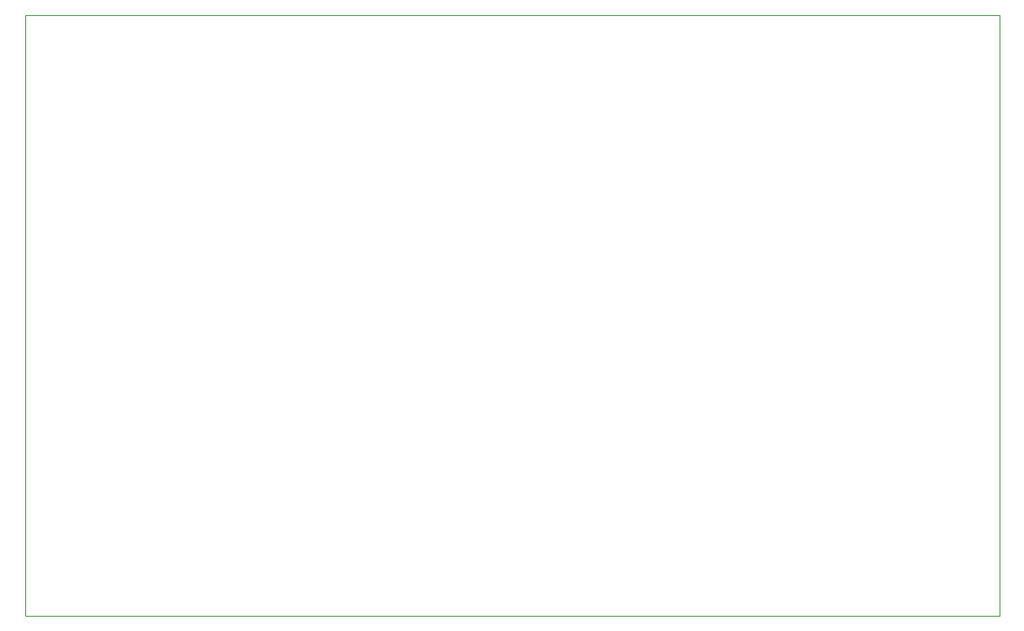
<source format=gbr>
%TF.GenerationSoftware,KiCad,Pcbnew,6.0.8-f2edbf62ab~116~ubuntu20.04.1*%
%TF.CreationDate,2023-02-28T14:52:02-03:00*%
%TF.ProjectId,placa-TAI,706c6163-612d-4544-9149-2e6b69636164,rev?*%
%TF.SameCoordinates,Original*%
%TF.FileFunction,Profile,NP*%
%FSLAX46Y46*%
G04 Gerber Fmt 4.6, Leading zero omitted, Abs format (unit mm)*
G04 Created by KiCad (PCBNEW 6.0.8-f2edbf62ab~116~ubuntu20.04.1) date 2023-02-28 14:52:02*
%MOMM*%
%LPD*%
G01*
G04 APERTURE LIST*
%TA.AperFunction,Profile*%
%ADD10C,0.100000*%
%TD*%
G04 APERTURE END LIST*
D10*
X91150000Y-60690000D02*
X189070000Y-60690000D01*
X189070000Y-60690000D02*
X189070000Y-121000000D01*
X189070000Y-121000000D02*
X91150000Y-121000000D01*
X91150000Y-121000000D02*
X91150000Y-60690000D01*
M02*

</source>
